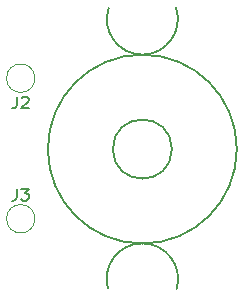
<source format=gbr>
%TF.GenerationSoftware,KiCad,Pcbnew,(5.1.10)-1*%
%TF.CreationDate,2021-05-31T11:52:34-04:00*%
%TF.ProjectId,Charger,43686172-6765-4722-9e6b-696361645f70,rev?*%
%TF.SameCoordinates,Original*%
%TF.FileFunction,Legend,Top*%
%TF.FilePolarity,Positive*%
%FSLAX46Y46*%
G04 Gerber Fmt 4.6, Leading zero omitted, Abs format (unit mm)*
G04 Created by KiCad (PCBNEW (5.1.10)-1) date 2021-05-31 11:52:34*
%MOMM*%
%LPD*%
G01*
G04 APERTURE LIST*
%ADD10C,0.150000*%
%ADD11C,0.120000*%
G04 APERTURE END LIST*
D10*
X147095998Y-111836219D02*
G75*
G02*
X152899999Y-111849999I2904002J836219D01*
G01*
X152849500Y-88048502D02*
G75*
G02*
X147150001Y-88050001I-2849500J-951498D01*
G01*
X152500000Y-100000000D02*
G75*
G03*
X152500000Y-100000000I-2500000J0D01*
G01*
X158000000Y-100000000D02*
G75*
G03*
X158000000Y-100000000I-8000000J0D01*
G01*
D11*
%TO.C,J3*%
X140900000Y-105900000D02*
G75*
G03*
X140900000Y-105900000I-1200000J0D01*
G01*
%TO.C,J2*%
X140900000Y-94000000D02*
G75*
G03*
X140900000Y-94000000I-1200000J0D01*
G01*
%TO.C,J3*%
D10*
X139366666Y-103354380D02*
X139366666Y-104068666D01*
X139319047Y-104211523D01*
X139223809Y-104306761D01*
X139080952Y-104354380D01*
X138985714Y-104354380D01*
X139747619Y-103354380D02*
X140366666Y-103354380D01*
X140033333Y-103735333D01*
X140176190Y-103735333D01*
X140271428Y-103782952D01*
X140319047Y-103830571D01*
X140366666Y-103925809D01*
X140366666Y-104163904D01*
X140319047Y-104259142D01*
X140271428Y-104306761D01*
X140176190Y-104354380D01*
X139890476Y-104354380D01*
X139795238Y-104306761D01*
X139747619Y-104259142D01*
%TO.C,J2*%
X139366666Y-95552380D02*
X139366666Y-96266666D01*
X139319047Y-96409523D01*
X139223809Y-96504761D01*
X139080952Y-96552380D01*
X138985714Y-96552380D01*
X139795238Y-95647619D02*
X139842857Y-95600000D01*
X139938095Y-95552380D01*
X140176190Y-95552380D01*
X140271428Y-95600000D01*
X140319047Y-95647619D01*
X140366666Y-95742857D01*
X140366666Y-95838095D01*
X140319047Y-95980952D01*
X139747619Y-96552380D01*
X140366666Y-96552380D01*
%TD*%
M02*

</source>
